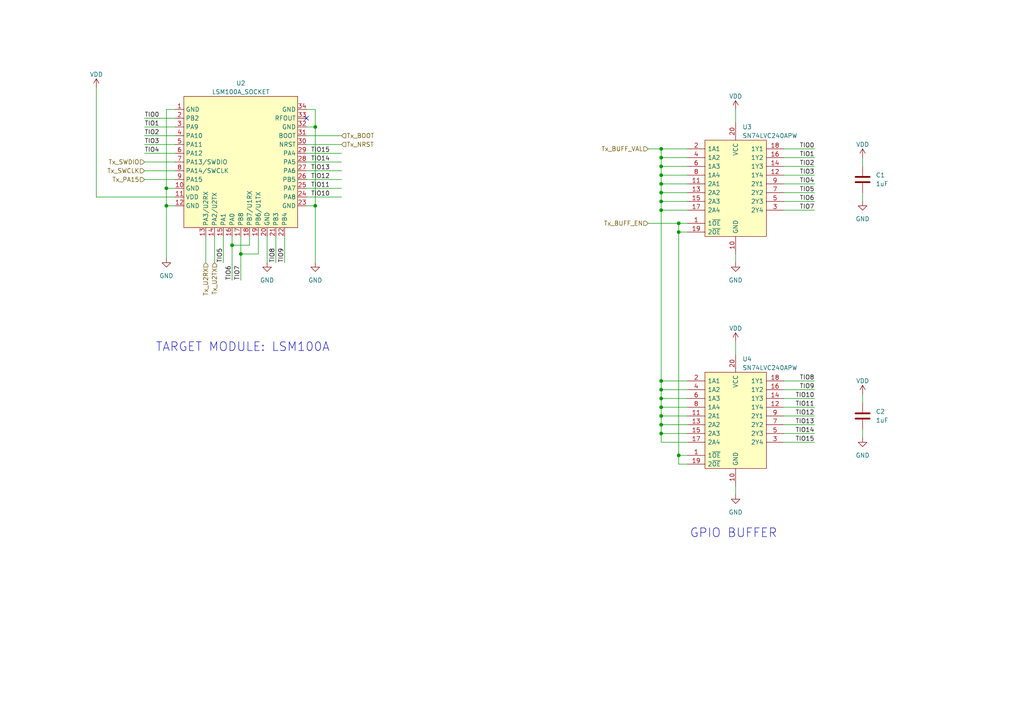
<source format=kicad_sch>
(kicad_sch (version 20230121) (generator eeschema)
  (paper "A4")
  (lib_symbols
    (symbol "Device:C" (pin_numbers hide) (pin_names (offset 0.254))
      (property "Reference" "C" (at 0.635 2.54 0))
      (property "Value" "C" (at 0.635 -2.54 0))
      (symbol "C_0_1"
        (polyline (pts (xy -2.032 -0.762) (xy 2.032 -0.762)) (stroke (width 0.508)))
        (polyline (pts (xy -2.032 0.762) (xy 2.032 0.762)) (stroke (width 0.508)))
      )
      (symbol "C_1_1"
        (pin passive line (at 0 3.81 270) (length 2.794) (name "~") (number "1"))
        (pin passive line (at 0 -3.81 90) (length 2.794) (name "~") (number "2"))
      )
    )
    (symbol "power:GND" (power) (pin_names (offset 0))
      (property "Value" "GND" (at 0 -3.81 0))
      (symbol "GND_0_1"
        (polyline (pts (xy 0 0) (xy 0 -1.27) (xy 1.27 -1.27) (xy 0 -2.54) (xy -1.27 -1.27) (xy 0 -1.27)))
      )
      (symbol "GND_1_1"
        (pin power_in line (at 0 0 270) (length 0) hide (name "GND") (number "1"))
      )
    )
    (symbol "power:VDD" (power) (pin_names (offset 0))
      (property "Value" "VDD" (at 0 3.81 0))
      (symbol "VDD_0_1"
        (polyline (pts (xy -0.762 1.27) (xy 0 2.54)))
        (polyline (pts (xy 0 0) (xy 0 2.54)))
        (polyline (pts (xy 0 2.54) (xy 0.762 1.27)))
      )
      (symbol "VDD_1_1"
        (pin power_in line (at 0 0 90) (length 0) hide (name "VDD") (number "1"))
      )
    )
    (symbol "twarelab:LSM100A_SOCKET"
      (property "Reference" "U2" (at 16.51 41.91 0))
      (property "Value" "LSM100A_SOCKET" (at 16.51 39.37 0))
      (symbol "LSM100A_SOCKET_0_1"
        (rectangle (start 0 38.1) (end 33.02 0) (fill (type background)))
      )
      (symbol "LSM100A_SOCKET_1_1"
        (pin power_in line (at -2.54 34.29 0) (length 2.54) (name "GND") (number "1"))
        (pin power_in line (at -2.54 11.43 0) (length 2.54) (name "GND") (number "10"))
        (pin power_in line (at -2.54 8.89 0) (length 2.54) (name "VDD") (number "11"))
        (pin power_in line (at -2.54 6.35 0) (length 2.54) (name "GND") (number "12"))
        (pin bidirectional line (at 6.35 -2.54 90) (length 2.54) (name "PA3/U2RX") (number "13"))
        (pin bidirectional line (at 8.89 -2.54 90) (length 2.54) (name "PA2/U2TX") (number "14"))
        (pin bidirectional line (at 11.43 -2.54 90) (length 2.54) (name "PA1") (number "15"))
        (pin bidirectional line (at 13.97 -2.54 90) (length 2.54) (name "PA0") (number "16"))
        (pin bidirectional line (at 16.51 -2.54 90) (length 2.54) (name "PB8") (number "17"))
        (pin bidirectional line (at 19.05 -2.54 90) (length 2.54) (name "PB7/U1RX") (number "18"))
        (pin bidirectional line (at 21.59 -2.54 90) (length 2.54) (name "PB6/U1TX") (number "19"))
        (pin bidirectional line (at -2.54 31.75 0) (length 2.54) (name "PB2") (number "2"))
        (pin power_in line (at 24.13 -2.54 90) (length 2.54) (name "GND") (number "20"))
        (pin bidirectional line (at 26.67 -2.54 90) (length 2.54) (name "PB3") (number "21"))
        (pin bidirectional line (at 29.21 -2.54 90) (length 2.54) (name "PB4") (number "22"))
        (pin power_out line (at 35.56 6.35 180) (length 2.54) (name "GND") (number "23"))
        (pin bidirectional line (at 35.56 8.89 180) (length 2.54) (name "PA8") (number "24"))
        (pin bidirectional line (at 35.56 11.43 180) (length 2.54) (name "PA7") (number "25"))
        (pin bidirectional line (at 35.56 13.97 180) (length 2.54) (name "PB5") (number "26"))
        (pin bidirectional line (at 35.56 16.51 180) (length 2.54) (name "PA6") (number "27"))
        (pin bidirectional line (at 35.56 19.05 180) (length 2.54) (name "PA5") (number "28"))
        (pin bidirectional line (at 35.56 21.59 180) (length 2.54) (name "PA4") (number "29"))
        (pin bidirectional line (at -2.54 29.21 0) (length 2.54) (name "PA9") (number "3"))
        (pin input line (at 35.56 24.13 180) (length 2.54) (name "NRST") (number "30"))
        (pin input line (at 35.56 26.67 180) (length 2.54) (name "BOOT") (number "31"))
        (pin power_in line (at 35.56 29.21 180) (length 2.54) (name "GND") (number "32"))
        (pin bidirectional line (at 35.56 31.75 180) (length 2.54) (name "RFOUT") (number "33"))
        (pin power_in line (at 35.56 34.29 180) (length 2.54) (name "GND") (number "34"))
        (pin bidirectional line (at -2.54 26.67 0) (length 2.54) (name "PA10") (number "4"))
        (pin bidirectional line (at -2.54 24.13 0) (length 2.54) (name "PA11") (number "5"))
        (pin bidirectional line (at -2.54 21.59 0) (length 2.54) (name "PA12") (number "6"))
        (pin bidirectional line (at -2.54 19.05 0) (length 2.54) (name "PA13/SWDIO") (number "7"))
        (pin bidirectional line (at -2.54 16.51 0) (length 2.54) (name "PA14/SWCLK") (number "8"))
        (pin bidirectional line (at -2.54 13.97 0) (length 2.54) (name "PA15") (number "9"))
      )
    )
    (symbol "twarelab:SN74LVC240APW" (pin_names (offset 0.762))
      (property "Reference" "IC" (at 24.13 7.62 0))
      (property "Value" "SN74LVC240APW" (at 24.13 5.08 0))
      (symbol "SN74LVC240APW_0_0"
        (pin passive line (at 0 -21.59 0) (length 5.08) (name "1~{OE}") (number "1"))
        (pin passive line (at 13.97 -30.48 90) (length 5.08) (name "GND") (number "10"))
        (pin passive line (at 0 -10.16 0) (length 5.08) (name "2A1") (number "11"))
        (pin passive line (at 27.94 -7.62 180) (length 5.08) (name "1Y4") (number "12"))
        (pin passive line (at 0 -12.7 0) (length 5.08) (name "2A2") (number "13"))
        (pin passive line (at 27.94 -5.08 180) (length 5.08) (name "1Y3") (number "14"))
        (pin passive line (at 0 -15.24 0) (length 5.08) (name "2A3") (number "15"))
        (pin passive line (at 27.94 -2.54 180) (length 5.08) (name "1Y2") (number "16"))
        (pin passive line (at 0 -17.78 0) (length 5.08) (name "2A4") (number "17"))
        (pin passive line (at 27.94 0 180) (length 5.08) (name "1Y1") (number "18"))
        (pin passive line (at 0 -24.13 0) (length 5.08) (name "2~{OE}") (number "19"))
        (pin passive line (at 0 0 0) (length 5.08) (name "1A1") (number "2"))
        (pin passive line (at 13.97 7.62 270) (length 5.08) (name "VCC") (number "20"))
        (pin passive line (at 27.94 -17.78 180) (length 5.08) (name "2Y4") (number "3"))
        (pin passive line (at 0 -2.54 0) (length 5.08) (name "1A2") (number "4"))
        (pin passive line (at 27.94 -15.24 180) (length 5.08) (name "2Y3") (number "5"))
        (pin passive line (at 0 -5.08 0) (length 5.08) (name "1A3") (number "6"))
        (pin passive line (at 27.94 -12.7 180) (length 5.08) (name "2Y2") (number "7"))
        (pin passive line (at 0 -7.62 0) (length 5.08) (name "1A4") (number "8"))
        (pin passive line (at 27.94 -10.16 180) (length 5.08) (name "2Y1") (number "9"))
      )
      (symbol "SN74LVC240APW_0_1"
        (polyline (pts (xy 5.08 2.54) (xy 22.86 2.54) (xy 22.86 -25.4) (xy 5.08 -25.4) (xy 5.08 2.54)) (stroke (width 0.1524)) (fill (type background)))
      )
    )
  )
  (junction (at 191.77 125.73))
  (junction (at 191.77 45.72))
  (junction (at 196.85 132.08))
  (junction (at 48.26 59.69))
  (junction (at 191.77 113.03))
  (junction (at 191.77 118.11))
  (junction (at 191.77 53.34))
  (junction (at 196.85 64.77))
  (junction (at 191.77 110.49))
  (junction (at 191.77 123.19))
  (junction (at 191.77 58.42))
  (junction (at 191.77 60.96))
  (junction (at 191.77 115.57))
  (junction (at 91.44 36.83))
  (junction (at 196.85 67.31))
  (junction (at 191.77 43.18))
  (junction (at 69.85 73.66))
  (junction (at 191.77 55.88))
  (junction (at 67.31 71.12))
  (junction (at 191.77 120.65))
  (junction (at 191.77 50.8))
  (junction (at 191.77 48.26))
  (junction (at 91.44 59.69))
  (junction (at 48.26 54.61))
  (no_connect (at 88.9 34.29))
  (wire (pts (xy 191.77 118.11) (xy 191.77 120.65)))
  (wire (pts (xy 191.77 45.72) (xy 191.77 43.18)))
  (wire (pts (xy 191.77 43.18) (xy 199.39 43.18)))
  (wire (pts (xy 88.9 54.61) (xy 99.06 54.61)))
  (wire (pts (xy 80.01 76.2) (xy 80.01 68.58)))
  (wire (pts (xy 191.77 123.19) (xy 199.39 123.19)))
  (wire (pts (xy 191.77 60.96) (xy 191.77 110.49)))
  (wire (pts (xy 236.22 120.65) (xy 227.33 120.65)))
  (wire (pts (xy 48.26 54.61) (xy 48.26 59.69)))
  (wire (pts (xy 41.91 39.37) (xy 50.8 39.37)))
  (wire (pts (xy 191.77 50.8) (xy 191.77 53.34)))
  (wire (pts (xy 41.91 34.29) (xy 50.8 34.29)))
  (wire (pts (xy 191.77 123.19) (xy 191.77 125.73)))
  (wire (pts (xy 187.96 43.18) (xy 191.77 43.18)))
  (wire (pts (xy 91.44 59.69) (xy 91.44 36.83)))
  (wire (pts (xy 48.26 31.75) (xy 50.8 31.75)))
  (wire (pts (xy 191.77 55.88) (xy 199.39 55.88)))
  (wire (pts (xy 69.85 68.58) (xy 69.85 73.66)))
  (wire (pts (xy 250.19 124.46) (xy 250.19 127)))
  (wire (pts (xy 236.22 113.03) (xy 227.33 113.03)))
  (wire (pts (xy 41.91 44.45) (xy 50.8 44.45)))
  (wire (pts (xy 250.19 55.88) (xy 250.19 58.42)))
  (wire (pts (xy 62.23 76.2) (xy 62.23 68.58)))
  (wire (pts (xy 88.9 36.83) (xy 91.44 36.83)))
  (wire (pts (xy 88.9 41.91) (xy 99.06 41.91)))
  (wire (pts (xy 213.36 73.66) (xy 213.36 76.2)))
  (wire (pts (xy 213.36 31.75) (xy 213.36 35.56)))
  (wire (pts (xy 41.91 36.83) (xy 50.8 36.83)))
  (wire (pts (xy 67.31 71.12) (xy 72.39 71.12)))
  (wire (pts (xy 88.9 46.99) (xy 99.06 46.99)))
  (wire (pts (xy 88.9 39.37) (xy 99.06 39.37)))
  (wire (pts (xy 236.22 110.49) (xy 227.33 110.49)))
  (wire (pts (xy 72.39 68.58) (xy 72.39 71.12)))
  (wire (pts (xy 191.77 125.73) (xy 191.77 128.27)))
  (wire (pts (xy 191.77 115.57) (xy 191.77 118.11)))
  (wire (pts (xy 236.22 128.27) (xy 227.33 128.27)))
  (wire (pts (xy 88.9 57.15) (xy 99.06 57.15)))
  (wire (pts (xy 191.77 58.42) (xy 191.77 60.96)))
  (wire (pts (xy 191.77 53.34) (xy 191.77 55.88)))
  (wire (pts (xy 236.22 43.18) (xy 227.33 43.18)))
  (wire (pts (xy 213.36 140.97) (xy 213.36 143.51)))
  (wire (pts (xy 236.22 53.34) (xy 227.33 53.34)))
  (wire (pts (xy 191.77 53.34) (xy 199.39 53.34)))
  (wire (pts (xy 196.85 132.08) (xy 196.85 134.62)))
  (wire (pts (xy 67.31 68.58) (xy 67.31 71.12)))
  (wire (pts (xy 91.44 36.83) (xy 91.44 31.75)))
  (wire (pts (xy 48.26 54.61) (xy 50.8 54.61)))
  (wire (pts (xy 48.26 59.69) (xy 50.8 59.69)))
  (wire (pts (xy 236.22 50.8) (xy 227.33 50.8)))
  (wire (pts (xy 27.94 57.15) (xy 27.94 25.4)))
  (wire (pts (xy 82.55 76.2) (xy 82.55 68.58)))
  (wire (pts (xy 191.77 120.65) (xy 191.77 123.19)))
  (wire (pts (xy 64.77 76.2) (xy 64.77 68.58)))
  (wire (pts (xy 191.77 110.49) (xy 199.39 110.49)))
  (wire (pts (xy 236.22 123.19) (xy 227.33 123.19)))
  (wire (pts (xy 67.31 71.12) (xy 67.31 81.28)))
  (wire (pts (xy 191.77 48.26) (xy 199.39 48.26)))
  (wire (pts (xy 236.22 58.42) (xy 227.33 58.42)))
  (wire (pts (xy 88.9 44.45) (xy 99.06 44.45)))
  (wire (pts (xy 191.77 118.11) (xy 199.39 118.11)))
  (wire (pts (xy 191.77 120.65) (xy 199.39 120.65)))
  (wire (pts (xy 236.22 125.73) (xy 227.33 125.73)))
  (wire (pts (xy 91.44 76.2) (xy 91.44 59.69)))
  (wire (pts (xy 69.85 73.66) (xy 74.93 73.66)))
  (wire (pts (xy 191.77 128.27) (xy 199.39 128.27)))
  (wire (pts (xy 69.85 73.66) (xy 69.85 81.28)))
  (wire (pts (xy 213.36 99.06) (xy 213.36 102.87)))
  (wire (pts (xy 196.85 64.77) (xy 199.39 64.77)))
  (wire (pts (xy 48.26 31.75) (xy 48.26 54.61)))
  (wire (pts (xy 77.47 68.58) (xy 77.47 76.2)))
  (wire (pts (xy 41.91 52.07) (xy 50.8 52.07)))
  (wire (pts (xy 187.96 64.77) (xy 196.85 64.77)))
  (wire (pts (xy 27.94 57.15) (xy 50.8 57.15)))
  (wire (pts (xy 74.93 68.58) (xy 74.93 73.66)))
  (wire (pts (xy 191.77 58.42) (xy 199.39 58.42)))
  (wire (pts (xy 191.77 55.88) (xy 191.77 58.42)))
  (wire (pts (xy 250.19 45.72) (xy 250.19 48.26)))
  (wire (pts (xy 191.77 50.8) (xy 199.39 50.8)))
  (wire (pts (xy 191.77 113.03) (xy 191.77 115.57)))
  (wire (pts (xy 88.9 52.07) (xy 99.06 52.07)))
  (wire (pts (xy 236.22 115.57) (xy 227.33 115.57)))
  (wire (pts (xy 236.22 45.72) (xy 227.33 45.72)))
  (wire (pts (xy 191.77 110.49) (xy 191.77 113.03)))
  (wire (pts (xy 236.22 118.11) (xy 227.33 118.11)))
  (wire (pts (xy 191.77 115.57) (xy 199.39 115.57)))
  (wire (pts (xy 41.91 41.91) (xy 50.8 41.91)))
  (wire (pts (xy 196.85 134.62) (xy 199.39 134.62)))
  (wire (pts (xy 191.77 125.73) (xy 199.39 125.73)))
  (wire (pts (xy 236.22 60.96) (xy 227.33 60.96)))
  (wire (pts (xy 199.39 67.31) (xy 196.85 67.31)))
  (wire (pts (xy 48.26 59.69) (xy 48.26 74.93)))
  (wire (pts (xy 41.91 49.53) (xy 50.8 49.53)))
  (wire (pts (xy 41.91 46.99) (xy 50.8 46.99)))
  (wire (pts (xy 196.85 67.31) (xy 196.85 132.08)))
  (wire (pts (xy 191.77 45.72) (xy 199.39 45.72)))
  (wire (pts (xy 191.77 48.26) (xy 191.77 45.72)))
  (wire (pts (xy 191.77 60.96) (xy 199.39 60.96)))
  (wire (pts (xy 88.9 49.53) (xy 99.06 49.53)))
  (wire (pts (xy 236.22 48.26) (xy 227.33 48.26)))
  (wire (pts (xy 191.77 113.03) (xy 199.39 113.03)))
  (wire (pts (xy 250.19 114.3) (xy 250.19 116.84)))
  (wire (pts (xy 236.22 55.88) (xy 227.33 55.88)))
  (wire (pts (xy 191.77 50.8) (xy 191.77 48.26)))
  (wire (pts (xy 199.39 132.08) (xy 196.85 132.08)))
  (wire (pts (xy 59.69 76.2) (xy 59.69 68.58)))
  (wire (pts (xy 91.44 31.75) (xy 88.9 31.75)))
  (wire (pts (xy 88.9 59.69) (xy 91.44 59.69)))
  (wire (pts (xy 196.85 67.31) (xy 196.85 64.77)))
  (text "GPIO BUFFER" (at 200.025 156.21 0) (effects (font (size 2.54 2.54)) (justify left bottom)))
  (text "TARGET MODULE: LSM100A" (at 45.085 102.235 0) (effects (font (size 2.54 2.54)) (justify left bottom)))
  (label "TIO0" (at 41.91 34.29 0))
  (label "TIO6" (at 236.22 58.42 180))
  (label "TIO1" (at 41.91 36.83 0))
  (label "TIO13" (at 90.17 49.53 0))
  (label "TIO3" (at 41.91 41.91 0))
  (label "TIO12" (at 236.22 120.65 180))
  (label "TIO7" (at 69.85 81.28 90))
  (label "TIO10" (at 236.22 115.57 180))
  (label "TIO15" (at 90.17 44.45 0))
  (label "TIO2" (at 41.91 39.37 0))
  (label "TIO11" (at 236.22 118.11 180))
  (label "TIO2" (at 236.22 48.26 180))
  (label "TIO9" (at 82.55 76.2 90))
  (label "TIO0" (at 236.22 43.18 180))
  (label "TIO13" (at 236.22 123.19 180))
  (label "TIO10" (at 90.17 57.15 0))
  (label "TIO4" (at 236.22 53.34 180))
  (label "TIO9" (at 236.22 113.03 180))
  (label "TIO12" (at 90.17 52.07 0))
  (label "TIO5" (at 236.22 55.88 180))
  (label "TIO14" (at 90.17 46.99 0))
  (label "TIO4" (at 41.91 44.45 0))
  (label "TIO1" (at 236.22 45.72 180))
  (label "TIO7" (at 236.22 60.96 180))
  (label "TIO15" (at 236.22 128.27 180))
  (label "TIO8" (at 236.22 110.49 180))
  (label "TIO6" (at 67.31 81.28 90))
  (label "TIO11" (at 90.17 54.61 0))
  (label "TIO14" (at 236.22 125.73 180))
  (label "TIO8" (at 80.01 76.2 90))
  (label "TIO3" (at 236.22 50.8 180))
  (label "TIO5" (at 64.77 76.2 90))
  (hierarchical_label "Tx_BUFF_VAL" (shape input) (at 187.96 43.18 180))
  (hierarchical_label "Tx_BUFF_EN" (shape input) (at 187.96 64.77 180))
  (hierarchical_label "Tx_PA15" (shape input) (at 41.91 52.07 180))
  (hierarchical_label "Tx_U2RX" (shape input) (at 59.69 76.2 270))
  (hierarchical_label "Tx_SWDIO" (shape input) (at 41.91 46.99 180))
  (hierarchical_label "Tx_SWCLK" (shape input) (at 41.91 49.53 180))
  (hierarchical_label "Tx_BOOT" (shape input) (at 99.06 39.37 0))
  (hierarchical_label "Tx_NRST" (shape input) (at 99.06 41.91 0))
  (hierarchical_label "Tx_U2TX" (shape input) (at 62.23 76.2 270))
  (symbol (lib_id "power:VDD") (at 213.36 31.75 0) (unit 1)
    (property "Reference" "#PWR013" (effects hide))
    (property "Value" "VDD" (at 213.36 27.94 0))
    (instances (project "fixture_module_lsm100a" (path "" (reference "#PWR013") (unit 1))) (project "fixture_module_lsm100a_socket" (path "" (reference "#PWR04") (unit 1))))
  )
  (symbol (lib_id "Device:C") (at 250.19 120.65 0) (unit 1)
    (property "Reference" "C2" (at 254 119.3799 0) (effects (justify left)))
    (property "Value" "1uF" (at 254 121.9199 0) (effects (justify left)))
    (property "Footprint" "Capacitor_SMD:C_0603_1608Metric" (effects hide))
    (instances (project "fixture_lsm100a" (path "" (reference "C2") (unit 1)) (path "" (reference "C4") (unit 1)) (path "" (reference "C6") (unit 1)) (path "" (reference "C8") (unit 1)) (path "" (reference "C10") (unit 1)) (path "" (reference "C12") (unit 1)) (path "" (reference "C14") (unit 1)) (path "" (reference "C16") (unit 1)) (path "" (reference "C18") (unit 1)) (path "" (reference "C20") (unit 1))) (project "fixture_module_lsm100a" (path "" (reference "C2") (unit 1)) (path "" (reference "C2") (unit 1))) (project "fixture_module_lsm100a_socket" (path "" (reference "C2") (unit 1))))
  )
  (symbol (lib_id "twarelab:SN74LVC240APW") (at 199.39 43.18 0) (unit 1)
    (property "Reference" "U3" (at 215.3159 36.83 0) (effects (justify left)))
    (property "Value" "SN74LVC240APW" (at 215.3159 39.37 0) (effects (justify left)))
    (property "Footprint" "tWareLab:SOP65P640X120-20N" (effects hide))
    (property "Datasheet" "http://www.ti.com/lit/ds/symlink/sn74lvc240a.pdf" (effects hide))
    (property "Description" "Buffers & Line Drivers Octal Buffer/Driver W/3-State Output" (effects hide))
    (property "Height" "1.2" (effects hide))
    (property "Manufacturer_Name" "Texas Instruments" (effects hide))
    (property "Manufacturer_Part_Number" "SN74LVC240APW" (effects hide))
    (property "Mouser Part Number" "595-SN74LVC240APW" (effects hide))
    (property "Mouser Price/Stock" "https://www.mouser.co.uk/ProductDetail/Texas-Instruments/SN74LVC240APW?qs=dT9u2OTAaVW9%252BgFHJQwc4w%3D%3D" (effects hide))
    (property "Arrow Part Number" "SN74LVC240APW" (effects hide))
    (property "Arrow Price/Stock" "https://www.arrow.com/en/products/sn74lvc240apw/texas-instruments" (effects hide))
    (instances (project "fixture_module_lsm100a" (path "" (reference "U3") (unit 1))) (project "fixture_module_lsm100a_socket" (path "" (reference "U1") (unit 1))))
  )
  (symbol (lib_id "Device:C") (at 250.19 52.07 0) (unit 1)
    (property "Reference" "C1" (at 254 50.7999 0) (effects (justify left)))
    (property "Value" "1uF" (at 254 53.3399 0) (effects (justify left)))
    (property "Footprint" "Capacitor_SMD:C_0603_1608Metric" (effects hide))
    (instances (project "fixture_lsm100a" (path "" (reference "C1") (unit 1)) (path "" (reference "C3") (unit 1)) (path "" (reference "C5") (unit 1)) (path "" (reference "C7") (unit 1)) (path "" (reference "C9") (unit 1)) (path "" (reference "C11") (unit 1)) (path "" (reference "C13") (unit 1)) (path "" (reference "C15") (unit 1)) (path "" (reference "C17") (unit 1)) (path "" (reference "C19") (unit 1))) (project "fixture_module_lsm100a" (path "" (reference "C1") (unit 1)) (path "" (reference "C1") (unit 1))) (project "fixture_module_lsm100a_socket" (path "" (reference "C1") (unit 1))))
  )
  (symbol (lib_id "power:VDD") (at 250.19 114.3 0) (unit 1)
    (property "Reference" "#PWR015" (effects hide))
    (property "Value" "VDD" (at 250.19 110.49 0))
    (instances (project "fixture_module_lsm100a" (path "" (reference "#PWR015") (unit 1))) (project "fixture_module_lsm100a_socket" (path "" (reference "#PWR012") (unit 1))))
  )
  (symbol (lib_id "power:GND") (at 77.47 76.2 0) (unit 1)
    (property "Reference" "#PWR09" (effects hide))
    (property "Value" "GND" (at 77.47 81.28 0))
    (instances (project "fixture_lsm100a" (path "" (reference "#PWR09") (unit 1)) (path "" (reference "#PWR03") (unit 1)) (path "" (reference "#PWR020") (unit 1)) (path "" (reference "#PWR029") (unit 1)) (path "" (reference "#PWR038") (unit 1)) (path "" (reference "#PWR047") (unit 1)) (path "" (reference "#PWR056") (unit 1)) (path "" (reference "#PWR065") (unit 1)) (path "" (reference "#PWR074") (unit 1)) (path "" (reference "#PWR083") (unit 1))) (project "fixture_module_lsm100a" (path "" (reference "#PWR02") (unit 1)) (path "" (reference "#PWR03") (unit 1))) (project "fixture_module_lsm100a_socket" (path "" (reference "#PWR08") (unit 1))))
  )
  (symbol (lib_id "twarelab:SN74LVC240APW") (at 199.39 110.49 0) (unit 1)
    (property "Reference" "U4" (at 215.3159 104.14 0) (effects (justify left)))
    (property "Value" "SN74LVC240APW" (at 215.3159 106.68 0) (effects (justify left)))
    (property "Footprint" "tWareLab:SOP65P640X120-20N" (effects hide))
    (property "Datasheet" "http://www.ti.com/lit/ds/symlink/sn74lvc240a.pdf" (effects hide))
    (property "Description" "Buffers & Line Drivers Octal Buffer/Driver W/3-State Output" (effects hide))
    (property "Height" "1.2" (effects hide))
    (property "Manufacturer_Name" "Texas Instruments" (effects hide))
    (property "Manufacturer_Part_Number" "SN74LVC240APW" (effects hide))
    (property "Mouser Part Number" "595-SN74LVC240APW" (effects hide))
    (property "Mouser Price/Stock" "https://www.mouser.co.uk/ProductDetail/Texas-Instruments/SN74LVC240APW?qs=dT9u2OTAaVW9%252BgFHJQwc4w%3D%3D" (effects hide))
    (property "Arrow Part Number" "SN74LVC240APW" (effects hide))
    (property "Arrow Price/Stock" "https://www.arrow.com/en/products/sn74lvc240apw/texas-instruments" (effects hide))
    (instances (project "fixture_module_lsm100a" (path "" (reference "U4") (unit 1))) (project "fixture_module_lsm100a_socket" (path "" (reference "U3") (unit 1))))
  )
  (symbol (lib_id "power:GND") (at 213.36 143.51 0) (unit 1)
    (property "Reference" "#PWR014" (effects hide))
    (property "Value" "GND" (at 213.36 148.59 0))
    (instances (project "fixture_lsm100a" (path "" (reference "#PWR014") (unit 1)) (path "" (reference "#PWR013") (unit 1)) (path "" (reference "#PWR024") (unit 1)) (path "" (reference "#PWR033") (unit 1)) (path "" (reference "#PWR042") (unit 1)) (path "" (reference "#PWR051") (unit 1)) (path "" (reference "#PWR060") (unit 1)) (path "" (reference "#PWR069") (unit 1)) (path "" (reference "#PWR078") (unit 1)) (path "" (reference "#PWR087") (unit 1))) (project "fixture_module_lsm100a" (path "" (reference "#PWR05") (unit 1)) (path "" (reference "#PWR05") (unit 1))) (project "fixture_module_lsm100a_socket" (path "" (reference "#PWR014") (unit 1))))
  )
  (symbol (lib_id "power:VDD") (at 27.94 25.4 0) (unit 1)
    (property "Reference" "#PWR08" (effects hide))
    (property "Value" "VDD" (at 27.94 21.59 0))
    (instances (project "fixture_module_lsm100a" (path "" (reference "#PWR08") (unit 1))) (project "fixture_module_lsm100a_socket" (path "" (reference "#PWR03") (unit 1))))
  )
  (symbol (lib_id "power:VDD") (at 213.36 99.06 0) (unit 1)
    (property "Reference" "#PWR016" (effects hide))
    (property "Value" "VDD" (at 213.36 95.25 0))
    (instances (project "fixture_module_lsm100a" (path "" (reference "#PWR016") (unit 1))) (project "fixture_module_lsm100a_socket" (path "" (reference "#PWR011") (unit 1))))
  )
  (symbol (lib_id "twarelab:LSM100A_SOCKET") (at 53.34 66.04 0) (unit 1)
    (property "Reference" "U2" (at 69.85 24.13 0))
    (property "Value" "LSM100A_SOCKET" (at 69.85 26.67 0))
    (property "Footprint" "tWareLab:lsm100a_socket" (effects hide))
  )
  (symbol (lib_id "power:VDD") (at 250.19 45.72 0) (unit 1)
    (property "Reference" "#PWR014" (effects hide))
    (property "Value" "VDD" (at 250.19 41.91 0))
    (instances (project "fixture_module_lsm100a" (path "" (reference "#PWR014") (unit 1))) (project "fixture_module_lsm100a_socket" (path "" (reference "#PWR05") (unit 1))))
  )
  (symbol (lib_id "power:GND") (at 213.36 76.2 0) (unit 1)
    (property "Reference" "#PWR07" (effects hide))
    (property "Value" "GND" (at 213.36 81.28 0))
    (instances (project "fixture_lsm100a" (path "" (reference "#PWR07") (unit 1)) (path "" (reference "#PWR011") (unit 1)) (path "" (reference "#PWR023") (unit 1)) (path "" (reference "#PWR032") (unit 1)) (path "" (reference "#PWR041") (unit 1)) (path "" (reference "#PWR050") (unit 1)) (path "" (reference "#PWR059") (unit 1)) (path "" (reference "#PWR068") (unit 1)) (path "" (reference "#PWR077") (unit 1)) (path "" (reference "#PWR086") (unit 1))) (project "fixture_module_lsm100a" (path "" (reference "#PWR04") (unit 1)) (path "" (reference "#PWR04") (unit 1))) (project "fixture_module_lsm100a_socket" (path "" (reference "#PWR010") (unit 1))))
  )
  (symbol (lib_id "power:GND") (at 48.26 74.93 0) (unit 1)
    (property "Reference" "#PWR08" (effects hide))
    (property "Value" "GND" (at 48.26 80.01 0))
    (instances (project "fixture_lsm100a" (path "" (reference "#PWR08") (unit 1)) (path "" (reference "#PWR01") (unit 1)) (path "" (reference "#PWR018") (unit 1)) (path "" (reference "#PWR027") (unit 1)) (path "" (reference "#PWR036") (unit 1)) (path "" (reference "#PWR045") (unit 1)) (path "" (reference "#PWR054") (unit 1)) (path "" (reference "#PWR063") (unit 1)) (path "" (reference "#PWR072") (unit 1)) (path "" (reference "#PWR081") (unit 1))) (project "fixture_module_lsm100a" (path "" (reference "#PWR01") (unit 1)) (path "" (reference "#PWR01") (unit 1))) (project "fixture_module_lsm100a_socket" (path "" (reference "#PWR07") (unit 1))))
  )
  (symbol (lib_id "power:GND") (at 250.19 127 0) (unit 1)
    (property "Reference" "#PWR012" (effects hide))
    (property "Value" "GND" (at 250.19 132.08 0))
    (instances (project "fixture_lsm100a" (path "" (reference "#PWR012") (unit 1)) (path "" (reference "#PWR017") (unit 1)) (path "" (reference "#PWR026") (unit 1)) (path "" (reference "#PWR035") (unit 1)) (path "" (reference "#PWR044") (unit 1)) (path "" (reference "#PWR053") (unit 1)) (path "" (reference "#PWR062") (unit 1)) (path "" (reference "#PWR071") (unit 1)) (path "" (reference "#PWR080") (unit 1)) (path "" (reference "#PWR089") (unit 1))) (project "fixture_module_lsm100a" (path "" (reference "#PWR07") (unit 1)) (path "" (reference "#PWR07") (unit 1))) (project "fixture_module_lsm100a_socket" (path "" (reference "#PWR013") (unit 1))))
  )
  (symbol (lib_id "power:GND") (at 91.44 76.2 0) (unit 1)
    (property "Reference" "#PWR010" (effects hide))
    (property "Value" "GND" (at 91.44 81.28 0))
    (instances (project "fixture_lsm100a" (path "" (reference "#PWR010") (unit 1)) (path "" (reference "#PWR05") (unit 1)) (path "" (reference "#PWR022") (unit 1)) (path "" (reference "#PWR031") (unit 1)) (path "" (reference "#PWR040") (unit 1)) (path "" (reference "#PWR049") (unit 1)) (path "" (reference "#PWR058") (unit 1)) (path "" (reference "#PWR067") (unit 1)) (path "" (reference "#PWR076") (unit 1)) (path "" (reference "#PWR085") (unit 1))) (project "fixture_module_lsm100a" (path "" (reference "#PWR03") (unit 1)) (path "" (reference "#PWR09") (unit 1))) (project "fixture_module_lsm100a_socket" (path "" (reference "#PWR09") (unit 1))))
  )
  (symbol (lib_id "power:GND") (at 250.19 58.42 0) (unit 1)
    (property "Reference" "#PWR06" (effects hide))
    (property "Value" "GND" (at 250.19 63.5 0))
    (instances (project "fixture_lsm100a" (path "" (reference "#PWR06") (unit 1)) (path "" (reference "#PWR016") (unit 1)) (path "" (reference "#PWR025") (unit 1)) (path "" (reference "#PWR034") (unit 1)) (path "" (reference "#PWR043") (unit 1)) (path "" (reference "#PWR052") (unit 1)) (path "" (reference "#PWR061") (unit 1)) (path "" (reference "#PWR070") (unit 1)) (path "" (reference "#PWR079") (unit 1)) (path "" (reference "#PWR088") (unit 1))) (project "fixture_module_lsm100a" (path "" (reference "#PWR06") (unit 1)) (path "" (reference "#PWR06") (unit 1))) (project "fixture_module_lsm100a_socket" (path "" (reference "#PWR06") (unit 1))))
  )
)
</source>
